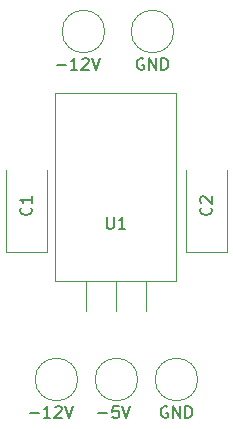
<source format=gbr>
%TF.GenerationSoftware,KiCad,Pcbnew,(5.1.6)-1*%
%TF.CreationDate,2021-05-20T08:24:50-04:00*%
%TF.ProjectId,ATX2AT-5v,41545832-4154-42d3-9576-2e6b69636164,rev?*%
%TF.SameCoordinates,Original*%
%TF.FileFunction,Legend,Top*%
%TF.FilePolarity,Positive*%
%FSLAX46Y46*%
G04 Gerber Fmt 4.6, Leading zero omitted, Abs format (unit mm)*
G04 Created by KiCad (PCBNEW (5.1.6)-1) date 2021-05-20 08:24:50*
%MOMM*%
%LPD*%
G01*
G04 APERTURE LIST*
%ADD10C,0.120000*%
%ADD11C,0.150000*%
G04 APERTURE END LIST*
D10*
%TO.C,C1*%
X123630000Y-82177000D02*
X123630000Y-75242000D01*
X120210000Y-82177000D02*
X123630000Y-82177000D01*
X120210000Y-75242000D02*
X120210000Y-82177000D01*
%TO.C,C2*%
X135450000Y-75242000D02*
X135450000Y-82177000D01*
X135450000Y-82177000D02*
X138870000Y-82177000D01*
X138870000Y-82177000D02*
X138870000Y-75242000D01*
%TO.C,-12V*%
X128546694Y-63500000D02*
G75*
G03*
X128546694Y-63500000I-1800694J0D01*
G01*
%TO.C,GND*%
X134388694Y-63500000D02*
G75*
G03*
X134388694Y-63500000I-1800694J0D01*
G01*
%TO.C,-12V*%
X126260694Y-92964000D02*
G75*
G03*
X126260694Y-92964000I-1800694J0D01*
G01*
%TO.C,-5V*%
X131340694Y-92964000D02*
G75*
G03*
X131340694Y-92964000I-1800694J0D01*
G01*
%TO.C,GND*%
X136420694Y-92964000D02*
G75*
G03*
X136420694Y-92964000I-1800694J0D01*
G01*
%TO.C,U1*%
X132021001Y-84625001D02*
X132021001Y-87165001D01*
X129481001Y-84625001D02*
X129481001Y-87165001D01*
X126941001Y-84625001D02*
X126941001Y-87165001D01*
X134601001Y-68735001D02*
X134601001Y-84625001D01*
X124361001Y-68735001D02*
X124361001Y-84625001D01*
X124361001Y-68735001D02*
X134601001Y-68735001D01*
X124361001Y-84625001D02*
X134601001Y-84625001D01*
%TO.C,C1*%
D11*
X122277142Y-78398666D02*
X122324761Y-78446285D01*
X122372380Y-78589142D01*
X122372380Y-78684380D01*
X122324761Y-78827238D01*
X122229523Y-78922476D01*
X122134285Y-78970095D01*
X121943809Y-79017714D01*
X121800952Y-79017714D01*
X121610476Y-78970095D01*
X121515238Y-78922476D01*
X121420000Y-78827238D01*
X121372380Y-78684380D01*
X121372380Y-78589142D01*
X121420000Y-78446285D01*
X121467619Y-78398666D01*
X122372380Y-77446285D02*
X122372380Y-78017714D01*
X122372380Y-77732000D02*
X121372380Y-77732000D01*
X121515238Y-77827238D01*
X121610476Y-77922476D01*
X121658095Y-78017714D01*
%TO.C,C2*%
X137517142Y-78408666D02*
X137564761Y-78456285D01*
X137612380Y-78599142D01*
X137612380Y-78694380D01*
X137564761Y-78837238D01*
X137469523Y-78932476D01*
X137374285Y-78980095D01*
X137183809Y-79027714D01*
X137040952Y-79027714D01*
X136850476Y-78980095D01*
X136755238Y-78932476D01*
X136660000Y-78837238D01*
X136612380Y-78694380D01*
X136612380Y-78599142D01*
X136660000Y-78456285D01*
X136707619Y-78408666D01*
X136707619Y-78027714D02*
X136660000Y-77980095D01*
X136612380Y-77884857D01*
X136612380Y-77646761D01*
X136660000Y-77551523D01*
X136707619Y-77503904D01*
X136802857Y-77456285D01*
X136898095Y-77456285D01*
X137040952Y-77503904D01*
X137612380Y-78075333D01*
X137612380Y-77456285D01*
%TO.C,-12V*%
X124476095Y-66365428D02*
X125238000Y-66365428D01*
X126238000Y-66746380D02*
X125666571Y-66746380D01*
X125952285Y-66746380D02*
X125952285Y-65746380D01*
X125857047Y-65889238D01*
X125761809Y-65984476D01*
X125666571Y-66032095D01*
X126618952Y-65841619D02*
X126666571Y-65794000D01*
X126761809Y-65746380D01*
X126999904Y-65746380D01*
X127095142Y-65794000D01*
X127142761Y-65841619D01*
X127190380Y-65936857D01*
X127190380Y-66032095D01*
X127142761Y-66174952D01*
X126571333Y-66746380D01*
X127190380Y-66746380D01*
X127476095Y-65746380D02*
X127809428Y-66746380D01*
X128142761Y-65746380D01*
%TO.C,GND*%
X131826095Y-65794000D02*
X131730857Y-65746380D01*
X131588000Y-65746380D01*
X131445142Y-65794000D01*
X131349904Y-65889238D01*
X131302285Y-65984476D01*
X131254666Y-66174952D01*
X131254666Y-66317809D01*
X131302285Y-66508285D01*
X131349904Y-66603523D01*
X131445142Y-66698761D01*
X131588000Y-66746380D01*
X131683238Y-66746380D01*
X131826095Y-66698761D01*
X131873714Y-66651142D01*
X131873714Y-66317809D01*
X131683238Y-66317809D01*
X132302285Y-66746380D02*
X132302285Y-65746380D01*
X132873714Y-66746380D01*
X132873714Y-65746380D01*
X133349904Y-66746380D02*
X133349904Y-65746380D01*
X133588000Y-65746380D01*
X133730857Y-65794000D01*
X133826095Y-65889238D01*
X133873714Y-65984476D01*
X133921333Y-66174952D01*
X133921333Y-66317809D01*
X133873714Y-66508285D01*
X133826095Y-66603523D01*
X133730857Y-66698761D01*
X133588000Y-66746380D01*
X133349904Y-66746380D01*
%TO.C,-12V*%
X122190095Y-95829428D02*
X122952000Y-95829428D01*
X123952000Y-96210380D02*
X123380571Y-96210380D01*
X123666285Y-96210380D02*
X123666285Y-95210380D01*
X123571047Y-95353238D01*
X123475809Y-95448476D01*
X123380571Y-95496095D01*
X124332952Y-95305619D02*
X124380571Y-95258000D01*
X124475809Y-95210380D01*
X124713904Y-95210380D01*
X124809142Y-95258000D01*
X124856761Y-95305619D01*
X124904380Y-95400857D01*
X124904380Y-95496095D01*
X124856761Y-95638952D01*
X124285333Y-96210380D01*
X124904380Y-96210380D01*
X125190095Y-95210380D02*
X125523428Y-96210380D01*
X125856761Y-95210380D01*
%TO.C,-5V*%
X128000285Y-95829428D02*
X128762190Y-95829428D01*
X129714571Y-95210380D02*
X129238380Y-95210380D01*
X129190761Y-95686571D01*
X129238380Y-95638952D01*
X129333619Y-95591333D01*
X129571714Y-95591333D01*
X129666952Y-95638952D01*
X129714571Y-95686571D01*
X129762190Y-95781809D01*
X129762190Y-96019904D01*
X129714571Y-96115142D01*
X129666952Y-96162761D01*
X129571714Y-96210380D01*
X129333619Y-96210380D01*
X129238380Y-96162761D01*
X129190761Y-96115142D01*
X130047904Y-95210380D02*
X130381238Y-96210380D01*
X130714571Y-95210380D01*
%TO.C,GND*%
X133858095Y-95258000D02*
X133762857Y-95210380D01*
X133620000Y-95210380D01*
X133477142Y-95258000D01*
X133381904Y-95353238D01*
X133334285Y-95448476D01*
X133286666Y-95638952D01*
X133286666Y-95781809D01*
X133334285Y-95972285D01*
X133381904Y-96067523D01*
X133477142Y-96162761D01*
X133620000Y-96210380D01*
X133715238Y-96210380D01*
X133858095Y-96162761D01*
X133905714Y-96115142D01*
X133905714Y-95781809D01*
X133715238Y-95781809D01*
X134334285Y-96210380D02*
X134334285Y-95210380D01*
X134905714Y-96210380D01*
X134905714Y-95210380D01*
X135381904Y-96210380D02*
X135381904Y-95210380D01*
X135620000Y-95210380D01*
X135762857Y-95258000D01*
X135858095Y-95353238D01*
X135905714Y-95448476D01*
X135953333Y-95638952D01*
X135953333Y-95781809D01*
X135905714Y-95972285D01*
X135858095Y-96067523D01*
X135762857Y-96162761D01*
X135620000Y-96210380D01*
X135381904Y-96210380D01*
%TO.C,U1*%
X128719096Y-79208380D02*
X128719096Y-80017904D01*
X128766715Y-80113142D01*
X128814334Y-80160761D01*
X128909572Y-80208380D01*
X129100048Y-80208380D01*
X129195286Y-80160761D01*
X129242905Y-80113142D01*
X129290524Y-80017904D01*
X129290524Y-79208380D01*
X130290524Y-80208380D02*
X129719096Y-80208380D01*
X130004810Y-80208380D02*
X130004810Y-79208380D01*
X129909572Y-79351238D01*
X129814334Y-79446476D01*
X129719096Y-79494095D01*
%TD*%
M02*

</source>
